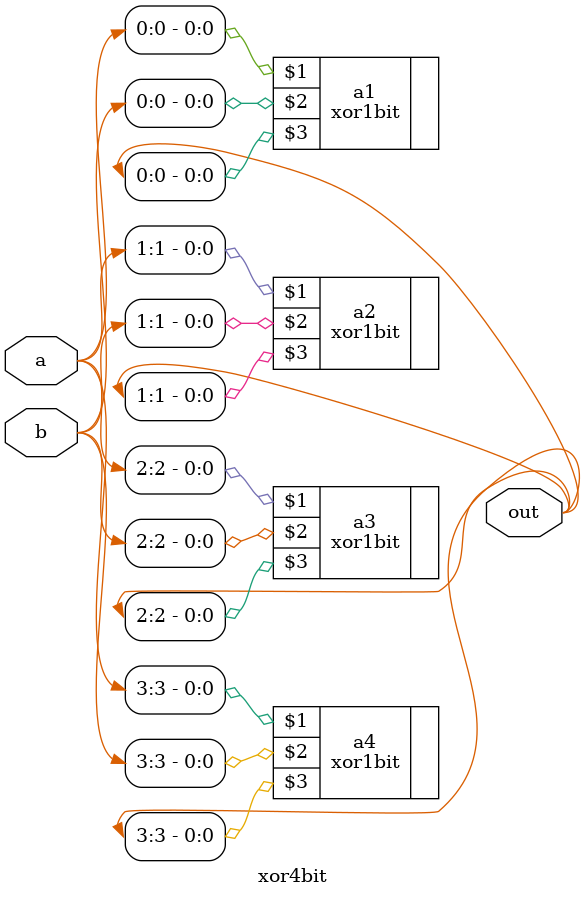
<source format=v>
`include "xor1bit.v"
module xor4bit (a,b,out);
    input [3:0] a, b;
    output [3:0] out;

    xor1bit a1(a[0],b[0],out[0]);
    xor1bit a2(a[1],b[1],out[1]);
    xor1bit a3(a[2],b[2],out[2]);
    xor1bit a4(a[3],b[3],out[3]);
endmodule
</source>
